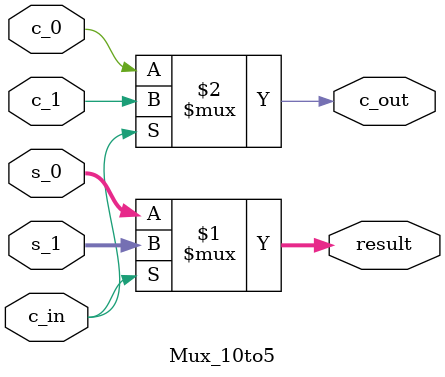
<source format=v>


module Mux_10to5(s_0, s_1, c_0, c_1, c_in, result, c_out);
	input [3:0] s_0, s_1;
	input c_0, c_1;
	input c_in;
	
	output [3:0] result;
	output c_out;
	
	assign result = c_in ? s_1 : s_0;
	assign c_out = c_in ? c_1 : c_0;

endmodule
</source>
